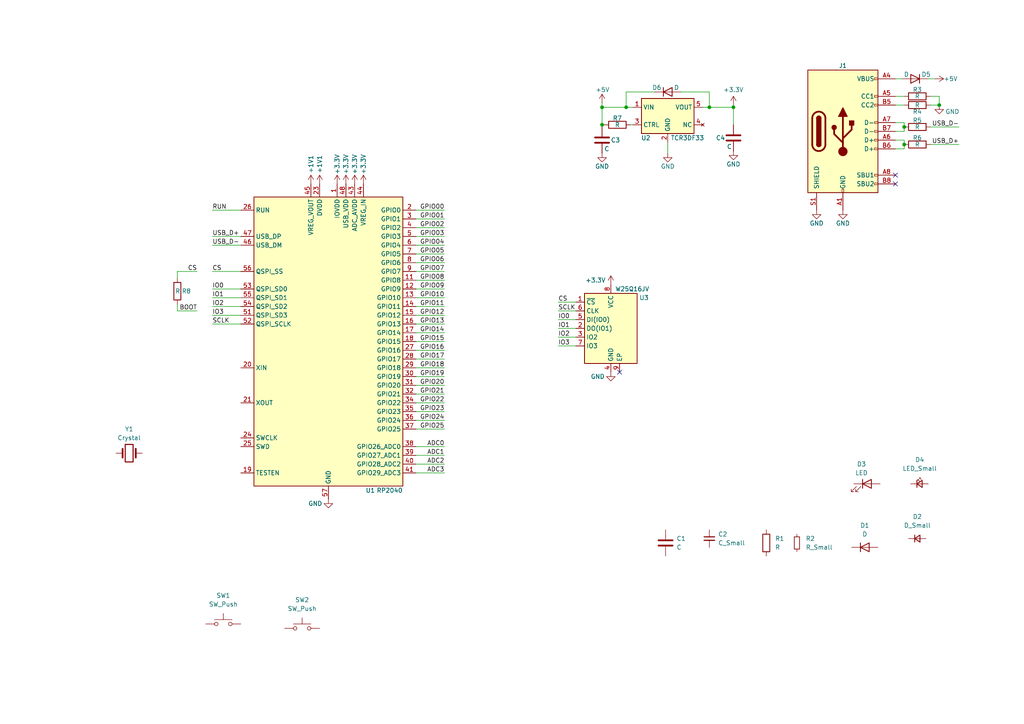
<source format=kicad_sch>
(kicad_sch (version 20230121) (generator eeschema)
  (paper "A4")
  (lib_symbols
    (symbol "Connector:USB_C_Receptacle_USB2.0" (pin_names (offset 1.016))
      (property "Reference" "J" (at -10.16 19.05 0))
      (property "Value" "USB_C_Receptacle_USB2.0" (at 19.05 19.05 0))
      (symbol "USB_C_Receptacle_USB2.0_0_0"
        (rectangle (start -0.254 -17.78) (end 0.254 -16.764))
        (rectangle (start 10.16 -14.986) (end 9.144 -15.494))
        (rectangle (start 10.16 -12.446) (end 9.144 -12.954))
        (rectangle (start 10.16 -4.826) (end 9.144 -5.334))
        (rectangle (start 10.16 -2.286) (end 9.144 -2.794))
        (rectangle (start 10.16 0.254) (end 9.144 -0.254))
        (rectangle (start 10.16 2.794) (end 9.144 2.286))
        (rectangle (start 10.16 7.874) (end 9.144 7.366))
        (rectangle (start 10.16 10.414) (end 9.144 9.906))
        (rectangle (start 10.16 15.494) (end 9.144 14.986))
      )
      (symbol "USB_C_Receptacle_USB2.0_0_1"
        (rectangle (start -10.16 17.78) (end 10.16 -17.78) (stroke (width 0.254)) (fill (type background)))
        (arc (start -8.89 -3.81) (mid -6.985 -5.7067) (end -5.08 -3.81) (stroke (width 0.508)))
        (arc (start -7.62 -3.81) (mid -6.985 -4.4423) (end -6.35 -3.81) (stroke (width 0.254)))
        (arc (start -7.62 -3.81) (mid -6.985 -4.4423) (end -6.35 -3.81) (stroke (width 0.254)) (fill (type outline)))
        (rectangle (start -7.62 -3.81) (end -6.35 3.81) (stroke (width 0.254)) (fill (type outline)))
        (arc (start -6.35 3.81) (mid -6.985 4.4423) (end -7.62 3.81) (stroke (width 0.254)))
        (arc (start -6.35 3.81) (mid -6.985 4.4423) (end -7.62 3.81) (stroke (width 0.254)) (fill (type outline)))
        (arc (start -5.08 3.81) (mid -6.985 5.7067) (end -8.89 3.81) (stroke (width 0.508)))
        (circle (center -2.54 1.143) (radius 0.635) (stroke (width 0.254)) (fill (type outline)))
        (circle (center 0 -5.842) (radius 1.27) (fill (type outline)))
        (polyline (pts (xy -8.89 -3.81) (xy -8.89 3.81)) (stroke (width 0.508)))
        (polyline (pts (xy -5.08 3.81) (xy -5.08 -3.81)) (stroke (width 0.508)))
        (polyline (pts (xy 0 -5.842) (xy 0 4.318)) (stroke (width 0.508)))
        (polyline (pts (xy 0 -3.302) (xy -2.54 -0.762) (xy -2.54 0.508)) (stroke (width 0.508)))
        (polyline (pts (xy 0 -2.032) (xy 2.54 0.508) (xy 2.54 1.778)) (stroke (width 0.508)))
        (polyline (pts (xy -1.27 4.318) (xy 0 6.858) (xy 1.27 4.318) (xy -1.27 4.318)) (stroke (width 0.254)) (fill (type outline)))
        (rectangle (start 1.905 1.778) (end 3.175 3.048) (stroke (width 0.254)) (fill (type outline)))
      )
      (symbol "USB_C_Receptacle_USB2.0_1_1"
        (pin passive line (at 0 -22.86 90) (length 5.08) (name "GND") (number "A1"))
        (pin passive line (at 0 -22.86 90) (length 5.08) hide (name "GND") (number "A12"))
        (pin passive line (at 15.24 15.24 180) (length 5.08) (name "VBUS") (number "A4"))
        (pin bidirectional line (at 15.24 10.16 180) (length 5.08) (name "CC1") (number "A5"))
        (pin bidirectional line (at 15.24 -2.54 180) (length 5.08) (name "D+") (number "A6"))
        (pin bidirectional line (at 15.24 2.54 180) (length 5.08) (name "D-") (number "A7"))
        (pin bidirectional line (at 15.24 -12.7 180) (length 5.08) (name "SBU1") (number "A8"))
        (pin passive line (at 15.24 15.24 180) (length 5.08) hide (name "VBUS") (number "A9"))
        (pin passive line (at 0 -22.86 90) (length 5.08) hide (name "GND") (number "B1"))
        (pin passive line (at 0 -22.86 90) (length 5.08) hide (name "GND") (number "B12"))
        (pin passive line (at 15.24 15.24 180) (length 5.08) hide (name "VBUS") (number "B4"))
        (pin bidirectional line (at 15.24 7.62 180) (length 5.08) (name "CC2") (number "B5"))
        (pin bidirectional line (at 15.24 -5.08 180) (length 5.08) (name "D+") (number "B6"))
        (pin bidirectional line (at 15.24 0 180) (length 5.08) (name "D-") (number "B7"))
        (pin bidirectional line (at 15.24 -15.24 180) (length 5.08) (name "SBU2") (number "B8"))
        (pin passive line (at 15.24 15.24 180) (length 5.08) hide (name "VBUS") (number "B9"))
        (pin passive line (at -7.62 -22.86 90) (length 5.08) (name "SHIELD") (number "S1"))
      )
    )
    (symbol "Device:C" (pin_numbers hide) (pin_names (offset 0.254))
      (property "Reference" "C" (at 0.635 2.54 0))
      (property "Value" "C" (at 0.635 -2.54 0))
      (symbol "C_0_1"
        (polyline (pts (xy -2.032 -0.762) (xy 2.032 -0.762)) (stroke (width 0.508)))
        (polyline (pts (xy -2.032 0.762) (xy 2.032 0.762)) (stroke (width 0.508)))
      )
      (symbol "C_1_1"
        (pin passive line (at 0 3.81 270) (length 2.794) (name "~") (number "1"))
        (pin passive line (at 0 -3.81 90) (length 2.794) (name "~") (number "2"))
      )
    )
    (symbol "Device:C_Small" (pin_numbers hide) (pin_names (offset 0.254) hide)
      (property "Reference" "C" (at 0.254 1.778 0))
      (property "Value" "C_Small" (at 0.254 -2.032 0))
      (symbol "C_Small_0_1"
        (polyline (pts (xy -1.524 -0.508) (xy 1.524 -0.508)) (stroke (width 0.3302)))
        (polyline (pts (xy -1.524 0.508) (xy 1.524 0.508)) (stroke (width 0.3048)))
      )
      (symbol "C_Small_1_1"
        (pin passive line (at 0 2.54 270) (length 2.032) (name "~") (number "1"))
        (pin passive line (at 0 -2.54 90) (length 2.032) (name "~") (number "2"))
      )
    )
    (symbol "Device:Crystal" (pin_numbers hide) (pin_names (offset 1.016) hide)
      (property "Reference" "Y" (at 0 3.81 0))
      (property "Value" "Crystal" (at 0 -3.81 0))
      (symbol "Crystal_0_1"
        (rectangle (start -1.143 2.54) (end 1.143 -2.54) (stroke (width 0.3048)))
        (polyline (pts (xy -2.54 0) (xy -1.905 0)))
        (polyline (pts (xy -1.905 -1.27) (xy -1.905 1.27)) (stroke (width 0.508)))
        (polyline (pts (xy 1.905 -1.27) (xy 1.905 1.27)) (stroke (width 0.508)))
        (polyline (pts (xy 2.54 0) (xy 1.905 0)))
      )
      (symbol "Crystal_1_1"
        (pin passive line (at -3.81 0 0) (length 1.27) (name "1") (number "1"))
        (pin passive line (at 3.81 0 180) (length 1.27) (name "2") (number "2"))
      )
    )
    (symbol "Device:D" (pin_numbers hide) (pin_names (offset 1.016) hide)
      (property "Reference" "D" (at 0 2.54 0))
      (property "Value" "D" (at 0 -2.54 0))
      (symbol "D_0_1"
        (polyline (pts (xy -1.27 1.27) (xy -1.27 -1.27)) (stroke (width 0.254)))
        (polyline (pts (xy 1.27 0) (xy -1.27 0)))
        (polyline (pts (xy 1.27 1.27) (xy 1.27 -1.27) (xy -1.27 0) (xy 1.27 1.27)) (stroke (width 0.254)))
      )
      (symbol "D_1_1"
        (pin passive line (at -3.81 0 0) (length 2.54) (name "K") (number "1"))
        (pin passive line (at 3.81 0 180) (length 2.54) (name "A") (number "2"))
      )
    )
    (symbol "Device:D_Small" (pin_numbers hide) (pin_names (offset 0.254) hide)
      (property "Reference" "D" (at -1.27 2.032 0))
      (property "Value" "D_Small" (at -3.81 -2.032 0))
      (symbol "D_Small_0_1"
        (polyline (pts (xy -0.762 -1.016) (xy -0.762 1.016)) (stroke (width 0.254)))
        (polyline (pts (xy -0.762 0) (xy 0.762 0)))
        (polyline (pts (xy 0.762 -1.016) (xy -0.762 0) (xy 0.762 1.016) (xy 0.762 -1.016)) (stroke (width 0.254)))
      )
      (symbol "D_Small_1_1"
        (pin passive line (at -2.54 0 0) (length 1.778) (name "K") (number "1"))
        (pin passive line (at 2.54 0 180) (length 1.778) (name "A") (number "2"))
      )
    )
    (symbol "Device:LED" (pin_numbers hide) (pin_names (offset 1.016) hide)
      (property "Reference" "D" (at 0 2.54 0))
      (property "Value" "LED" (at 0 -2.54 0))
      (symbol "LED_0_1"
        (polyline (pts (xy -1.27 -1.27) (xy -1.27 1.27)) (stroke (width 0.254)))
        (polyline (pts (xy -1.27 0) (xy 1.27 0)))
        (polyline (pts (xy 1.27 -1.27) (xy 1.27 1.27) (xy -1.27 0) (xy 1.27 -1.27)) (stroke (width 0.254)))
        (polyline (pts (xy -3.048 -0.762) (xy -4.572 -2.286) (xy -3.81 -2.286) (xy -4.572 -2.286) (xy -4.572 -1.524)))
        (polyline (pts (xy -1.778 -0.762) (xy -3.302 -2.286) (xy -2.54 -2.286) (xy -3.302 -2.286) (xy -3.302 -1.524)))
      )
      (symbol "LED_1_1"
        (pin passive line (at -3.81 0 0) (length 2.54) (name "K") (number "1"))
        (pin passive line (at 3.81 0 180) (length 2.54) (name "A") (number "2"))
      )
    )
    (symbol "Device:LED_Small" (pin_numbers hide) (pin_names (offset 0.254) hide)
      (property "Reference" "D" (at -1.27 3.175 0))
      (property "Value" "LED_Small" (at -4.445 -2.54 0))
      (symbol "LED_Small_0_1"
        (polyline (pts (xy -0.762 -1.016) (xy -0.762 1.016)) (stroke (width 0.254)))
        (polyline (pts (xy 1.016 0) (xy -0.762 0)))
        (polyline (pts (xy 0.762 -1.016) (xy -0.762 0) (xy 0.762 1.016) (xy 0.762 -1.016)) (stroke (width 0.254)))
        (polyline (pts (xy 0 0.762) (xy -0.508 1.27) (xy -0.254 1.27) (xy -0.508 1.27) (xy -0.508 1.016)))
        (polyline (pts (xy 0.508 1.27) (xy 0 1.778) (xy 0.254 1.778) (xy 0 1.778) (xy 0 1.524)))
      )
      (symbol "LED_Small_1_1"
        (pin passive line (at -2.54 0 0) (length 1.778) (name "K") (number "1"))
        (pin passive line (at 2.54 0 180) (length 1.778) (name "A") (number "2"))
      )
    )
    (symbol "Device:R" (pin_numbers hide) (pin_names (offset 0))
      (property "Reference" "R" (at 2.032 0 90))
      (property "Value" "R" (at 0 0 90))
      (symbol "R_0_1"
        (rectangle (start -1.016 -2.54) (end 1.016 2.54) (stroke (width 0.254)))
      )
      (symbol "R_1_1"
        (pin passive line (at 0 3.81 270) (length 1.27) (name "~") (number "1"))
        (pin passive line (at 0 -3.81 90) (length 1.27) (name "~") (number "2"))
      )
    )
    (symbol "Device:R_Small" (pin_numbers hide) (pin_names (offset 0.254) hide)
      (property "Reference" "R" (at 0.762 0.508 0))
      (property "Value" "R_Small" (at 0.762 -1.016 0))
      (symbol "R_Small_0_1"
        (rectangle (start -0.762 1.778) (end 0.762 -1.778) (stroke (width 0.2032)))
      )
      (symbol "R_Small_1_1"
        (pin passive line (at 0 2.54 270) (length 0.762) (name "~") (number "1"))
        (pin passive line (at 0 -2.54 90) (length 0.762) (name "~") (number "2"))
      )
    )
    (symbol "MCU_RaspberryPi:RP2040"
      (property "Reference" "U" (at 17.78 45.72 0))
      (property "Value" "RP2040" (at 17.78 43.18 0))
      (symbol "RP2040_0_1"
        (rectangle (start -21.59 41.91) (end 21.59 -41.91) (stroke (width 0.254)) (fill (type background)))
      )
      (symbol "RP2040_1_1"
        (pin power_in line (at 2.54 45.72 270) (length 3.81) (name "IOVDD") (number "1"))
        (pin passive line (at 2.54 45.72 270) (length 3.81) hide (name "IOVDD") (number "10"))
        (pin bidirectional line (at 25.4 17.78 180) (length 3.81) (name "GPIO8") (number "11"))
        (pin bidirectional line (at 25.4 15.24 180) (length 3.81) (name "GPIO9") (number "12"))
        (pin bidirectional line (at 25.4 12.7 180) (length 3.81) (name "GPIO10") (number "13"))
        (pin bidirectional line (at 25.4 10.16 180) (length 3.81) (name "GPIO11") (number "14"))
        (pin bidirectional line (at 25.4 7.62 180) (length 3.81) (name "GPIO12") (number "15"))
        (pin bidirectional line (at 25.4 5.08 180) (length 3.81) (name "GPIO13") (number "16"))
        (pin bidirectional line (at 25.4 2.54 180) (length 3.81) (name "GPIO14") (number "17"))
        (pin bidirectional line (at 25.4 0 180) (length 3.81) (name "GPIO15") (number "18"))
        (pin input line (at -25.4 -38.1 0) (length 3.81) (name "TESTEN") (number "19"))
        (pin bidirectional line (at 25.4 38.1 180) (length 3.81) (name "GPIO0") (number "2"))
        (pin input line (at -25.4 -7.62 0) (length 3.81) (name "XIN") (number "20"))
        (pin passive line (at -25.4 -17.78 0) (length 3.81) (name "XOUT") (number "21"))
        (pin passive line (at 2.54 45.72 270) (length 3.81) hide (name "IOVDD") (number "22"))
        (pin power_in line (at -2.54 45.72 270) (length 3.81) (name "DVDD") (number "23"))
        (pin input line (at -25.4 -27.94 0) (length 3.81) (name "SWCLK") (number "24"))
        (pin bidirectional line (at -25.4 -30.48 0) (length 3.81) (name "SWD") (number "25"))
        (pin input line (at -25.4 38.1 0) (length 3.81) (name "RUN") (number "26"))
        (pin bidirectional line (at 25.4 -2.54 180) (length 3.81) (name "GPIO16") (number "27"))
        (pin bidirectional line (at 25.4 -5.08 180) (length 3.81) (name "GPIO17") (number "28"))
        (pin bidirectional line (at 25.4 -7.62 180) (length 3.81) (name "GPIO18") (number "29"))
        (pin bidirectional line (at 25.4 35.56 180) (length 3.81) (name "GPIO1") (number "3"))
        (pin bidirectional line (at 25.4 -10.16 180) (length 3.81) (name "GPIO19") (number "30"))
        (pin bidirectional line (at 25.4 -12.7 180) (length 3.81) (name "GPIO20") (number "31"))
        (pin bidirectional line (at 25.4 -15.24 180) (length 3.81) (name "GPIO21") (number "32"))
        (pin passive line (at 2.54 45.72 270) (length 3.81) hide (name "IOVDD") (number "33"))
        (pin bidirectional line (at 25.4 -17.78 180) (length 3.81) (name "GPIO22") (number "34"))
        (pin bidirectional line (at 25.4 -20.32 180) (length 3.81) (name "GPIO23") (number "35"))
        (pin bidirectional line (at 25.4 -22.86 180) (length 3.81) (name "GPIO24") (number "36"))
        (pin bidirectional line (at 25.4 -25.4 180) (length 3.81) (name "GPIO25") (number "37"))
        (pin bidirectional line (at 25.4 -30.48 180) (length 3.81) (name "GPIO26_ADC0") (number "38"))
        (pin bidirectional line (at 25.4 -33.02 180) (length 3.81) (name "GPIO27_ADC1") (number "39"))
        (pin bidirectional line (at 25.4 33.02 180) (length 3.81) (name "GPIO2") (number "4"))
        (pin bidirectional line (at 25.4 -35.56 180) (length 3.81) (name "GPIO28_ADC2") (number "40"))
        (pin bidirectional line (at 25.4 -38.1 180) (length 3.81) (name "GPIO29_ADC3") (number "41"))
        (pin passive line (at 2.54 45.72 270) (length 3.81) hide (name "IOVDD") (number "42"))
        (pin power_in line (at 7.62 45.72 270) (length 3.81) (name "ADC_AVDD") (number "43"))
        (pin power_in line (at 10.16 45.72 270) (length 3.81) (name "VREG_IN") (number "44"))
        (pin power_out line (at -5.08 45.72 270) (length 3.81) (name "VREG_VOUT") (number "45"))
        (pin bidirectional line (at -25.4 27.94 0) (length 3.81) (name "USB_DM") (number "46"))
        (pin bidirectional line (at -25.4 30.48 0) (length 3.81) (name "USB_DP") (number "47"))
        (pin power_in line (at 5.08 45.72 270) (length 3.81) (name "USB_VDD") (number "48"))
        (pin passive line (at 2.54 45.72 270) (length 3.81) hide (name "IOVDD") (number "49"))
        (pin bidirectional line (at 25.4 30.48 180) (length 3.81) (name "GPIO3") (number "5"))
        (pin passive line (at -2.54 45.72 270) (length 3.81) hide (name "DVDD") (number "50"))
        (pin bidirectional line (at -25.4 7.62 0) (length 3.81) (name "QSPI_SD3") (number "51"))
        (pin output line (at -25.4 5.08 0) (length 3.81) (name "QSPI_SCLK") (number "52"))
        (pin bidirectional line (at -25.4 15.24 0) (length 3.81) (name "QSPI_SD0") (number "53"))
        (pin bidirectional line (at -25.4 10.16 0) (length 3.81) (name "QSPI_SD2") (number "54"))
        (pin bidirectional line (at -25.4 12.7 0) (length 3.81) (name "QSPI_SD1") (number "55"))
        (pin bidirectional line (at -25.4 20.32 0) (length 3.81) (name "QSPI_SS") (number "56"))
        (pin power_in line (at 0 -45.72 90) (length 3.81) (name "GND") (number "57"))
        (pin bidirectional line (at 25.4 27.94 180) (length 3.81) (name "GPIO4") (number "6"))
        (pin bidirectional line (at 25.4 25.4 180) (length 3.81) (name "GPIO5") (number "7"))
        (pin bidirectional line (at 25.4 22.86 180) (length 3.81) (name "GPIO6") (number "8"))
        (pin bidirectional line (at 25.4 20.32 180) (length 3.81) (name "GPIO7") (number "9"))
      )
    )
    (symbol "Memory_Flash:W25Q32JVZP"
      (property "Reference" "U" (at -6.35 11.43 0))
      (property "Value" "W25Q32JVZP" (at 7.62 11.43 0))
      (symbol "W25Q32JVZP_0_1"
        (rectangle (start -7.62 10.16) (end 7.62 -10.16) (stroke (width 0.254)) (fill (type background)))
      )
      (symbol "W25Q32JVZP_1_1"
        (pin input line (at -10.16 7.62 0) (length 2.54) (name "~{CS}") (number "1"))
        (pin bidirectional line (at -10.16 0 0) (length 2.54) (name "DO(IO1)") (number "2"))
        (pin bidirectional line (at -10.16 -2.54 0) (length 2.54) (name "IO2") (number "3"))
        (pin power_in line (at 0 -12.7 90) (length 2.54) (name "GND") (number "4"))
        (pin bidirectional line (at -10.16 2.54 0) (length 2.54) (name "DI(IO0)") (number "5"))
        (pin input line (at -10.16 5.08 0) (length 2.54) (name "CLK") (number "6"))
        (pin bidirectional line (at -10.16 -5.08 0) (length 2.54) (name "IO3") (number "7"))
        (pin power_in line (at 0 12.7 270) (length 2.54) (name "VCC") (number "8"))
        (pin passive line (at 2.54 -12.7 90) (length 2.54) (name "EP") (number "9"))
      )
    )
    (symbol "Regulator_Linear:TCR2EE10"
      (property "Reference" "U2" (at 0 10.16 0))
      (property "Value" "TCR3DF33" (at 0 7.62 0))
      (symbol "TCR2EE10_0_1"
        (rectangle (start -7.62 5.08) (end 7.62 -5.08) (stroke (width 0.254)) (fill (type background)))
      )
      (symbol "TCR2EE10_1_1"
        (pin power_in line (at -10.16 2.54 0) (length 2.54) (name "VIN") (number "1"))
        (pin power_in line (at 0 -7.62 90) (length 2.54) (name "GND") (number "2"))
        (pin input line (at -10.16 -2.54 0) (length 2.54) (name "CTRL") (number "3"))
        (pin no_connect line (at 10.16 -2.54 180) (length 2.54) (name "NC") (number "4"))
        (pin power_out line (at 10.16 2.54 180) (length 2.54) (name "VOUT") (number "5"))
      )
    )
    (symbol "Switch:SW_Push" (pin_numbers hide) (pin_names (offset 1.016) hide)
      (property "Reference" "SW" (at 1.27 2.54 0))
      (property "Value" "SW_Push" (at 0 -1.524 0))
      (symbol "SW_Push_0_1"
        (circle (center -2.032 0) (radius 0.508))
        (polyline (pts (xy 0 1.27) (xy 0 3.048)))
        (polyline (pts (xy 2.54 1.27) (xy -2.54 1.27)))
        (circle (center 2.032 0) (radius 0.508))
        (pin passive line (at -5.08 0 0) (length 2.54) (name "1") (number "1"))
        (pin passive line (at 5.08 0 180) (length 2.54) (name "2") (number "2"))
      )
    )
    (symbol "power:+1V1" (power) (pin_names (offset 0))
      (property "Value" "+1V1" (at 0 3.556 0))
      (symbol "+1V1_0_1"
        (polyline (pts (xy -0.762 1.27) (xy 0 2.54)))
        (polyline (pts (xy 0 0) (xy 0 2.54)))
        (polyline (pts (xy 0 2.54) (xy 0.762 1.27)))
      )
      (symbol "+1V1_1_1"
        (pin power_in line (at 0 0 90) (length 0) hide (name "+1V1") (number "1"))
      )
    )
    (symbol "power:+3.3V" (power) (pin_names (offset 0))
      (property "Value" "+3.3V" (at 0 3.556 0))
      (symbol "+3.3V_0_1"
        (polyline (pts (xy -0.762 1.27) (xy 0 2.54)))
        (polyline (pts (xy 0 0) (xy 0 2.54)))
        (polyline (pts (xy 0 2.54) (xy 0.762 1.27)))
      )
      (symbol "+3.3V_1_1"
        (pin power_in line (at 0 0 90) (length 0) hide (name "+3.3V") (number "1"))
      )
    )
    (symbol "power:+5V" (power) (pin_names (offset 0))
      (property "Value" "+5V" (at 0 3.556 0))
      (symbol "+5V_0_1"
        (polyline (pts (xy -0.762 1.27) (xy 0 2.54)))
        (polyline (pts (xy 0 0) (xy 0 2.54)))
        (polyline (pts (xy 0 2.54) (xy 0.762 1.27)))
      )
      (symbol "+5V_1_1"
        (pin power_in line (at 0 0 90) (length 0) hide (name "+5V") (number "1"))
      )
    )
    (symbol "power:GND" (power) (pin_names (offset 0))
      (property "Value" "GND" (at 0 -3.81 0))
      (symbol "GND_0_1"
        (polyline (pts (xy 0 0) (xy 0 -1.27) (xy 1.27 -1.27) (xy 0 -2.54) (xy -1.27 -1.27) (xy 0 -1.27)))
      )
      (symbol "GND_1_1"
        (pin power_in line (at 0 0 270) (length 0) hide (name "GND") (number "1"))
      )
    )
  )
  (junction (at 272.415 30.48))
  (junction (at 262.255 41.91))
  (junction (at 262.255 36.83))
  (junction (at 174.625 31.115))
  (junction (at 205.74 31.115))
  (junction (at 181.61 31.115))
  (junction (at 212.725 31.115))
  (junction (at 174.625 36.195))
  (no_connect (at 179.705 107.95))
  (no_connect (at 259.715 50.8))
  (no_connect (at 259.715 53.34))
  (wire (pts (xy 120.65 71.12) (xy 128.905 71.12)))
  (wire (pts (xy 57.15 90.17) (xy 51.435 90.17)))
  (wire (pts (xy 120.65 116.84) (xy 128.905 116.84)))
  (wire (pts (xy 262.255 35.56) (xy 262.255 36.83)))
  (wire (pts (xy 203.835 31.115) (xy 205.74 31.115)))
  (wire (pts (xy 61.595 83.82) (xy 69.85 83.82)))
  (wire (pts (xy 120.65 124.46) (xy 128.905 124.46)))
  (wire (pts (xy 120.65 73.66) (xy 128.905 73.66)))
  (wire (pts (xy 120.65 81.28) (xy 128.905 81.28)))
  (wire (pts (xy 61.595 86.36) (xy 69.85 86.36)))
  (wire (pts (xy 271.145 22.86) (xy 269.24 22.86)))
  (wire (pts (xy 161.925 87.63) (xy 167.005 87.63)))
  (wire (pts (xy 61.595 88.9) (xy 69.85 88.9)))
  (wire (pts (xy 262.255 27.94) (xy 259.715 27.94)))
  (wire (pts (xy 205.74 26.67) (xy 205.74 31.115)))
  (wire (pts (xy 262.255 43.18) (xy 259.715 43.18)))
  (wire (pts (xy 262.255 38.1) (xy 259.715 38.1)))
  (wire (pts (xy 120.65 88.9) (xy 128.905 88.9)))
  (wire (pts (xy 120.65 109.22) (xy 128.905 109.22)))
  (wire (pts (xy 174.625 31.115) (xy 181.61 31.115)))
  (wire (pts (xy 161.925 97.79) (xy 167.005 97.79)))
  (wire (pts (xy 120.65 104.14) (xy 128.905 104.14)))
  (wire (pts (xy 259.715 40.64) (xy 262.255 40.64)))
  (wire (pts (xy 182.88 36.195) (xy 183.515 36.195)))
  (wire (pts (xy 120.65 63.5) (xy 128.905 63.5)))
  (wire (pts (xy 262.255 36.83) (xy 262.255 38.1)))
  (wire (pts (xy 120.65 93.98) (xy 128.905 93.98)))
  (wire (pts (xy 61.595 71.12) (xy 69.85 71.12)))
  (wire (pts (xy 120.65 68.58) (xy 128.905 68.58)))
  (wire (pts (xy 61.595 93.98) (xy 69.85 93.98)))
  (wire (pts (xy 120.65 86.36) (xy 128.905 86.36)))
  (wire (pts (xy 262.255 40.64) (xy 262.255 41.91)))
  (wire (pts (xy 120.65 96.52) (xy 128.905 96.52)))
  (wire (pts (xy 61.595 78.74) (xy 69.85 78.74)))
  (wire (pts (xy 120.65 111.76) (xy 128.905 111.76)))
  (wire (pts (xy 57.15 78.74) (xy 51.435 78.74)))
  (wire (pts (xy 51.435 90.17) (xy 51.435 88.265)))
  (wire (pts (xy 120.65 99.06) (xy 128.905 99.06)))
  (wire (pts (xy 120.65 119.38) (xy 128.905 119.38)))
  (wire (pts (xy 193.675 44.45) (xy 193.675 41.275)))
  (wire (pts (xy 120.65 76.2) (xy 128.905 76.2)))
  (wire (pts (xy 120.65 91.44) (xy 128.905 91.44)))
  (wire (pts (xy 174.625 29.845) (xy 174.625 31.115)))
  (wire (pts (xy 161.925 90.17) (xy 167.005 90.17)))
  (wire (pts (xy 269.875 27.94) (xy 272.415 27.94)))
  (wire (pts (xy 197.485 26.67) (xy 205.74 26.67)))
  (wire (pts (xy 61.595 91.44) (xy 69.85 91.44)))
  (wire (pts (xy 61.595 68.58) (xy 69.85 68.58)))
  (wire (pts (xy 189.865 26.67) (xy 181.61 26.67)))
  (wire (pts (xy 205.74 31.115) (xy 212.725 31.115)))
  (wire (pts (xy 261.62 22.86) (xy 259.715 22.86)))
  (wire (pts (xy 51.435 78.74) (xy 51.435 80.645)))
  (wire (pts (xy 120.65 101.6) (xy 128.905 101.6)))
  (wire (pts (xy 120.65 134.62) (xy 128.905 134.62)))
  (wire (pts (xy 212.725 31.115) (xy 212.725 36.195)))
  (wire (pts (xy 174.625 36.195) (xy 175.26 36.195)))
  (wire (pts (xy 174.625 31.115) (xy 174.625 36.195)))
  (wire (pts (xy 181.61 26.67) (xy 181.61 31.115)))
  (wire (pts (xy 120.65 66.04) (xy 128.905 66.04)))
  (wire (pts (xy 120.65 106.68) (xy 128.905 106.68)))
  (wire (pts (xy 262.255 41.91) (xy 262.255 43.18)))
  (wire (pts (xy 262.255 30.48) (xy 259.715 30.48)))
  (wire (pts (xy 61.595 60.96) (xy 69.85 60.96)))
  (wire (pts (xy 259.715 35.56) (xy 262.255 35.56)))
  (wire (pts (xy 272.415 27.94) (xy 272.415 30.48)))
  (wire (pts (xy 161.925 100.33) (xy 167.005 100.33)))
  (wire (pts (xy 278.13 41.91) (xy 269.875 41.91)))
  (wire (pts (xy 120.65 78.74) (xy 128.905 78.74)))
  (wire (pts (xy 212.725 30.48) (xy 212.725 31.115)))
  (wire (pts (xy 161.925 95.25) (xy 167.005 95.25)))
  (wire (pts (xy 120.65 114.3) (xy 128.905 114.3)))
  (wire (pts (xy 120.65 137.16) (xy 128.905 137.16)))
  (wire (pts (xy 120.65 121.92) (xy 128.905 121.92)))
  (wire (pts (xy 181.61 31.115) (xy 183.515 31.115)))
  (wire (pts (xy 120.65 83.82) (xy 128.905 83.82)))
  (wire (pts (xy 120.65 60.96) (xy 128.905 60.96)))
  (wire (pts (xy 269.875 30.48) (xy 272.415 30.48)))
  (wire (pts (xy 161.925 92.71) (xy 167.005 92.71)))
  (wire (pts (xy 278.13 36.83) (xy 269.875 36.83)))
  (wire (pts (xy 120.65 129.54) (xy 128.905 129.54)))
  (wire (pts (xy 174.625 36.83) (xy 174.625 36.195)))
  (wire (pts (xy 120.65 132.08) (xy 128.905 132.08)))
  (label "GPIO20" (at 128.905 111.76 180))
  (label "RUN" (at 61.595 60.96 0))
  (label "USB_D+" (at 278.13 41.91 180))
  (label "GPIO03" (at 128.905 68.58 180))
  (label "SCLK" (at 161.925 90.17 0))
  (label "GPIO15" (at 128.905 99.06 180))
  (label "IO3" (at 161.925 100.33 0))
  (label "CS" (at 161.925 87.63 0))
  (label "IO0" (at 161.925 92.71 0))
  (label "USB_D-" (at 278.13 36.83 180))
  (label "USB_D-" (at 61.595 71.12 0))
  (label "GPIO05" (at 128.905 73.66 180))
  (label "CS" (at 57.15 78.74 180))
  (label "ADC0" (at 128.905 129.54 180))
  (label "USB_D+" (at 61.595 68.58 0))
  (label "GPIO17" (at 128.905 104.14 180))
  (label "GPIO00" (at 128.905 60.96 180))
  (label "GPIO18" (at 128.905 106.68 180))
  (label "GPIO22" (at 128.905 116.84 180))
  (label "SCLK" (at 61.595 93.98 0))
  (label "CS" (at 61.595 78.74 0))
  (label "ADC2" (at 128.905 134.62 180))
  (label "GPIO24" (at 128.905 121.92 180))
  (label "GPIO09" (at 128.905 83.82 180))
  (label "IO1" (at 161.925 95.25 0))
  (label "GPIO07" (at 128.905 78.74 180))
  (label "GPIO14" (at 128.905 96.52 180))
  (label "GPIO25" (at 128.905 124.46 180))
  (label "GPIO13" (at 128.905 93.98 180))
  (label "IO0" (at 61.595 83.82 0))
  (label "GPIO01" (at 128.905 63.5 180))
  (label "BOOT" (at 57.15 90.17 180))
  (label "GPIO11" (at 128.905 88.9 180))
  (label "GPIO23" (at 128.905 119.38 180))
  (label "IO3" (at 61.595 91.44 0))
  (label "GPIO16" (at 128.905 101.6 180))
  (label "GPIO08" (at 128.905 81.28 180))
  (label "GPIO04" (at 128.905 71.12 180))
  (label "GPIO02" (at 128.905 66.04 180))
  (label "IO1" (at 61.595 86.36 0))
  (label "ADC3" (at 128.905 137.16 180))
  (label "GPIO21" (at 128.905 114.3 180))
  (label "IO2" (at 161.925 97.79 0))
  (label "ADC1" (at 128.905 132.08 180))
  (label "GPIO10" (at 128.905 86.36 180))
  (label "GPIO12" (at 128.905 91.44 180))
  (label "GPIO19" (at 128.905 109.22 180))
  (label "GPIO06" (at 128.905 76.2 180))
  (label "IO2" (at 61.595 88.9 0))
  (symbol (lib_id "Device:C") (at 212.725 40.005 0) (unit 1)
    (property "Reference" "C4" (at 207.645 40.005 0) (effects (justify left)))
    (property "Value" "C" (at 210.82 42.545 0) (effects (justify left)))
  )
  (symbol (lib_id "Device:R_Small") (at 231.14 157.48 0) (unit 1)
    (property "Reference" "R2" (at 233.68 156.21 0) (effects (justify left)))
    (property "Value" "R_Small" (at 233.68 158.75 0) (effects (justify left)))
  )
  (symbol (lib_id "Device:C") (at 174.625 40.64 0) (unit 1)
    (property "Reference" "C3" (at 177.165 40.64 0) (effects (justify left)))
    (property "Value" "C" (at 175.26 43.18 0) (effects (justify left)))
  )
  (symbol (lib_id "power:+5V") (at 174.625 29.845 0) (unit 1)
    (property "Reference" "#PWR05" (effects hide))
    (property "Value" "+5V" (at 172.72 26.035 0) (effects (justify left)))
  )
  (symbol (lib_id "power:GND") (at 212.725 43.815 0) (unit 1)
    (property "Reference" "#PWR09" (effects hide))
    (property "Value" "GND" (at 212.725 47.625 0))
  )
  (symbol (lib_id "Regulator_Linear:TCR2EE10") (at 193.675 33.655 0) (unit 1)
    (property "Reference" "U2" (at 187.325 40.005 0))
    (property "Value" "TCR3DF33" (at 199.39 40.005 0))
    (property "Footprint" "Package_TO_SOT_SMD:SOT-553" (effects hide))
    (property "Datasheet" "https://toshiba.semicon-storage.com/info/docget.jsp?did=13794&prodName=TCR2EF45" (effects hide))
  )
  (symbol (lib_id "power:+3.3V") (at 102.87 53.34 0) (unit 1)
    (property "Reference" "#PWR015" (effects hide))
    (property "Value" "+3.3V" (at 102.87 47.625 90))
  )
  (symbol (lib_id "Device:D_Small") (at 266.065 156.21 0) (unit 1)
    (property "Reference" "D2" (at 266.065 149.86 0))
    (property "Value" "D_Small" (at 266.065 152.4 0))
    (property "Sim.Device" "D" (effects hide))
    (property "Sim.Pins" "1=K 2=A" (effects hide))
  )
  (symbol (lib_id "power:+3.3V") (at 105.41 53.34 0) (unit 1)
    (property "Reference" "#PWR016" (effects hide))
    (property "Value" "+3.3V" (at 105.41 47.625 90))
  )
  (symbol (lib_id "power:+1V1") (at 90.17 53.34 0) (unit 1)
    (property "Reference" "#PWR017" (effects hide))
    (property "Value" "+1V1" (at 90.17 47.625 90))
  )
  (symbol (lib_id "power:GND") (at 272.415 30.48 0) (unit 1)
    (property "Reference" "#PWR04" (effects hide))
    (property "Value" "GND" (at 276.225 32.385 0))
  )
  (symbol (lib_id "Device:D") (at 265.43 22.86 180) (unit 1)
    (property "Reference" "D5" (at 268.605 21.59 0))
    (property "Value" "D" (at 262.89 21.59 0))
    (property "Sim.Device" "D" (effects hide))
    (property "Sim.Pins" "1=K 2=A" (effects hide))
  )
  (symbol (lib_id "power:+1V1") (at 92.71 53.34 0) (unit 1)
    (property "Reference" "#PWR012" (effects hide))
    (property "Value" "+1V1" (at 92.71 47.625 90))
  )
  (symbol (lib_id "power:+3.3V") (at 100.33 53.34 0) (unit 1)
    (property "Reference" "#PWR014" (effects hide))
    (property "Value" "+3.3V" (at 100.33 47.625 90))
  )
  (symbol (lib_id "Device:R") (at 51.435 84.455 0) (unit 1)
    (property "Reference" "R8" (at 52.705 84.455 0) (effects (justify left)))
    (property "Value" "R" (at 50.8 84.455 0) (effects (justify left)))
  )
  (symbol (lib_id "Device:D") (at 250.825 158.75 0) (unit 1)
    (property "Reference" "D1" (at 250.825 152.4 0))
    (property "Value" "D" (at 250.825 154.94 0))
    (property "Sim.Device" "D" (effects hide))
    (property "Sim.Pins" "1=K 2=A" (effects hide))
  )
  (symbol (lib_id "power:GND") (at 95.25 144.78 0) (unit 1)
    (property "Reference" "#PWR018" (effects hide))
    (property "Value" "GND" (at 91.44 146.05 0))
  )
  (symbol (lib_id "Device:R") (at 266.065 30.48 90) (unit 1)
    (property "Reference" "R4" (at 266.065 32.385 90))
    (property "Value" "R" (at 266.065 30.48 90))
  )
  (symbol (lib_id "power:+3.3V") (at 97.79 53.34 0) (unit 1)
    (property "Reference" "#PWR013" (effects hide))
    (property "Value" "+3.3V" (at 97.79 47.625 90))
  )
  (symbol (lib_id "Memory_Flash:W25Q32JVZP") (at 177.165 95.25 0) (unit 1)
    (property "Reference" "U3" (at 185.42 86.36 0) (effects (justify left)))
    (property "Value" "W25Q16JV" (at 178.435 83.82 0) (effects (justify left)))
    (property "Footprint" "Package_SON:WSON-8-1EP_6x5mm_P1.27mm_EP3.4x4.3mm" (effects hide))
    (property "Datasheet" "http://www.winbond.com/resource-files/w25q32jv%20revg%2003272018%20plus.pdf" (effects hide))
  )
  (symbol (lib_id "Device:R") (at 222.25 157.48 0) (unit 1)
    (property "Reference" "R1" (at 224.79 156.21 0) (effects (justify left)))
    (property "Value" "R" (at 224.79 158.75 0) (effects (justify left)))
  )
  (symbol (lib_id "Connector:USB_C_Receptacle_USB2.0") (at 244.475 38.1 0) (unit 1)
    (property "Reference" "J1" (at 244.475 19.05 0))
    (property "Value" "USB_C_Receptacle_USB2.0" (effects hide))
    (property "Datasheet" "https://www.usb.org/sites/default/files/documents/usb_type-c.zip" (effects hide))
  )
  (symbol (lib_id "power:GND") (at 193.675 44.45 0) (unit 1)
    (property "Reference" "#PWR08" (effects hide))
    (property "Value" "GND" (at 193.675 48.26 0))
  )
  (symbol (lib_id "Device:C_Small") (at 205.74 156.21 0) (unit 1)
    (property "Reference" "C2" (at 208.28 154.9463 0) (effects (justify left)))
    (property "Value" "C_Small" (at 208.28 157.4863 0) (effects (justify left)))
  )
  (symbol (lib_id "Device:LED_Small") (at 266.7 140.335 0) (unit 1)
    (property "Reference" "D4" (at 266.7635 133.35 0))
    (property "Value" "LED_Small" (at 266.7635 135.89 0))
  )
  (symbol (lib_id "Device:Crystal") (at 37.465 131.445 0) (unit 1)
    (property "Reference" "Y1" (at 37.465 124.46 0))
    (property "Value" "Crystal" (at 37.465 127 0))
  )
  (symbol (lib_id "Device:R") (at 179.07 36.195 90) (unit 1)
    (property "Reference" "R7" (at 179.07 34.29 90))
    (property "Value" "R" (at 179.07 36.195 90))
  )
  (symbol (lib_id "power:+3.3V") (at 212.725 30.48 0) (unit 1)
    (property "Reference" "#PWR06" (effects hide))
    (property "Value" "+3.3V" (at 212.725 26.035 0))
  )
  (symbol (lib_id "Device:LED") (at 251.46 140.335 0) (unit 1)
    (property "Reference" "D3" (at 249.8725 134.62 0))
    (property "Value" "LED" (at 249.8725 137.16 0))
  )
  (symbol (lib_id "Switch:SW_Push") (at 64.77 180.975 0) (unit 1)
    (property "Reference" "SW1" (at 64.77 172.72 0))
    (property "Value" "SW_Push" (at 64.77 175.26 0))
  )
  (symbol (lib_id "Device:R") (at 266.065 36.83 90) (unit 1)
    (property "Reference" "R5" (at 266.065 34.925 90))
    (property "Value" "R" (at 266.065 36.83 90))
  )
  (symbol (lib_id "power:GND") (at 244.475 60.96 0) (unit 1)
    (property "Reference" "#PWR01" (effects hide))
    (property "Value" "GND" (at 244.475 64.77 0))
  )
  (symbol (lib_id "power:GND") (at 174.625 44.45 0) (unit 1)
    (property "Reference" "#PWR07" (effects hide))
    (property "Value" "GND" (at 174.625 48.26 0))
  )
  (symbol (lib_id "Device:D") (at 193.675 26.67 0) (unit 1)
    (property "Reference" "D6" (at 190.5 25.4 0))
    (property "Value" "D" (at 196.215 25.4 0))
    (property "Sim.Device" "D" (effects hide))
    (property "Sim.Pins" "1=K 2=A" (effects hide))
  )
  (symbol (lib_id "power:GND") (at 236.855 60.96 0) (unit 1)
    (property "Reference" "#PWR02" (effects hide))
    (property "Value" "GND" (at 236.855 64.77 0))
  )
  (symbol (lib_id "Device:R") (at 266.065 27.94 90) (unit 1)
    (property "Reference" "R3" (at 266.065 26.035 90))
    (property "Value" "R" (at 266.065 27.94 90))
  )
  (symbol (lib_id "Device:R") (at 266.065 41.91 90) (unit 1)
    (property "Reference" "R6" (at 266.065 40.005 90))
    (property "Value" "R" (at 266.065 41.91 90))
  )
  (symbol (lib_id "power:+3.3V") (at 177.165 82.55 0) (unit 1)
    (property "Reference" "#PWR011" (effects hide))
    (property "Value" "+3.3V" (at 172.72 81.28 0))
  )
  (symbol (lib_id "Switch:SW_Push") (at 87.63 182.245 0) (unit 1)
    (property "Reference" "SW2" (at 87.63 173.99 0))
    (property "Value" "SW_Push" (at 87.63 176.53 0))
  )
  (symbol (lib_id "power:+5V") (at 271.145 22.86 270) (unit 1)
    (property "Reference" "#PWR03" (effects hide))
    (property "Value" "+5V" (at 273.685 22.86 90) (effects (justify left)))
  )
  (symbol (lib_id "power:GND") (at 177.165 107.95 0) (unit 1)
    (property "Reference" "#PWR010" (effects hide))
    (property "Value" "GND" (at 173.355 109.22 0))
  )
  (symbol (lib_id "Device:C") (at 193.04 157.48 0) (unit 1)
    (property "Reference" "C1" (at 196.215 156.21 0) (effects (justify left)))
    (property "Value" "C" (at 196.215 158.75 0) (effects (justify left)))
  )
  (symbol (lib_id "MCU_RaspberryPi:RP2040") (at 95.25 99.06 0) (unit 1)
    (property "Reference" "U1" (at 106.045 142.24 0) (effects (justify left)))
    (property "Value" "RP2040" (at 109.22 142.24 0) (effects (justify left)))
    (property "Footprint" "Package_DFN_QFN:QFN-56-1EP_7x7mm_P0.4mm_EP3.2x3.2mm" (effects hide))
    (property "Datasheet" "https://datasheets.raspberrypi.com/rp2040/rp2040-datasheet.pdf" (effects hide))
  )
)
</source>
